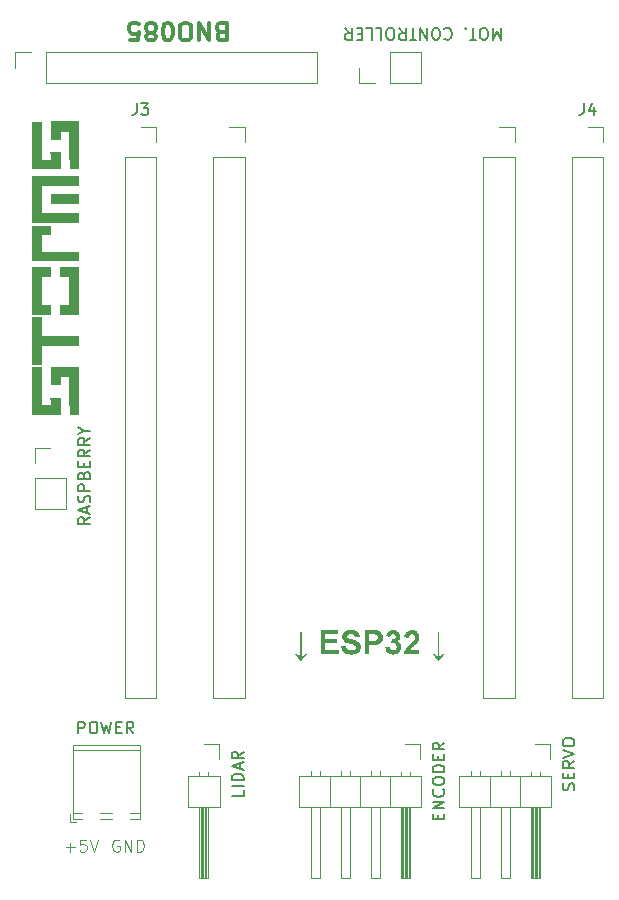
<source format=gbr>
%TF.GenerationSoftware,KiCad,Pcbnew,8.0.6*%
%TF.CreationDate,2025-09-05T14:44:53+02:00*%
%TF.ProjectId,wro-nyak,77726f2d-6e79-4616-9b2e-6b696361645f,rev?*%
%TF.SameCoordinates,Original*%
%TF.FileFunction,Legend,Top*%
%TF.FilePolarity,Positive*%
%FSLAX46Y46*%
G04 Gerber Fmt 4.6, Leading zero omitted, Abs format (unit mm)*
G04 Created by KiCad (PCBNEW 8.0.6) date 2025-09-05 14:44:53*
%MOMM*%
%LPD*%
G01*
G04 APERTURE LIST*
%ADD10C,0.200000*%
%ADD11C,0.100000*%
%ADD12C,0.300000*%
%ADD13C,0.150000*%
%ADD14C,0.120000*%
%ADD15C,0.000000*%
G04 APERTURE END LIST*
D10*
X25367219Y-58058898D02*
X24891028Y-58392231D01*
X25367219Y-58630326D02*
X24367219Y-58630326D01*
X24367219Y-58630326D02*
X24367219Y-58249374D01*
X24367219Y-58249374D02*
X24414838Y-58154136D01*
X24414838Y-58154136D02*
X24462457Y-58106517D01*
X24462457Y-58106517D02*
X24557695Y-58058898D01*
X24557695Y-58058898D02*
X24700552Y-58058898D01*
X24700552Y-58058898D02*
X24795790Y-58106517D01*
X24795790Y-58106517D02*
X24843409Y-58154136D01*
X24843409Y-58154136D02*
X24891028Y-58249374D01*
X24891028Y-58249374D02*
X24891028Y-58630326D01*
X25081504Y-57677945D02*
X25081504Y-57201755D01*
X25367219Y-57773183D02*
X24367219Y-57439850D01*
X24367219Y-57439850D02*
X25367219Y-57106517D01*
X25319600Y-56820802D02*
X25367219Y-56677945D01*
X25367219Y-56677945D02*
X25367219Y-56439850D01*
X25367219Y-56439850D02*
X25319600Y-56344612D01*
X25319600Y-56344612D02*
X25271980Y-56296993D01*
X25271980Y-56296993D02*
X25176742Y-56249374D01*
X25176742Y-56249374D02*
X25081504Y-56249374D01*
X25081504Y-56249374D02*
X24986266Y-56296993D01*
X24986266Y-56296993D02*
X24938647Y-56344612D01*
X24938647Y-56344612D02*
X24891028Y-56439850D01*
X24891028Y-56439850D02*
X24843409Y-56630326D01*
X24843409Y-56630326D02*
X24795790Y-56725564D01*
X24795790Y-56725564D02*
X24748171Y-56773183D01*
X24748171Y-56773183D02*
X24652933Y-56820802D01*
X24652933Y-56820802D02*
X24557695Y-56820802D01*
X24557695Y-56820802D02*
X24462457Y-56773183D01*
X24462457Y-56773183D02*
X24414838Y-56725564D01*
X24414838Y-56725564D02*
X24367219Y-56630326D01*
X24367219Y-56630326D02*
X24367219Y-56392231D01*
X24367219Y-56392231D02*
X24414838Y-56249374D01*
X25367219Y-55820802D02*
X24367219Y-55820802D01*
X24367219Y-55820802D02*
X24367219Y-55439850D01*
X24367219Y-55439850D02*
X24414838Y-55344612D01*
X24414838Y-55344612D02*
X24462457Y-55296993D01*
X24462457Y-55296993D02*
X24557695Y-55249374D01*
X24557695Y-55249374D02*
X24700552Y-55249374D01*
X24700552Y-55249374D02*
X24795790Y-55296993D01*
X24795790Y-55296993D02*
X24843409Y-55344612D01*
X24843409Y-55344612D02*
X24891028Y-55439850D01*
X24891028Y-55439850D02*
X24891028Y-55820802D01*
X24843409Y-54487469D02*
X24891028Y-54344612D01*
X24891028Y-54344612D02*
X24938647Y-54296993D01*
X24938647Y-54296993D02*
X25033885Y-54249374D01*
X25033885Y-54249374D02*
X25176742Y-54249374D01*
X25176742Y-54249374D02*
X25271980Y-54296993D01*
X25271980Y-54296993D02*
X25319600Y-54344612D01*
X25319600Y-54344612D02*
X25367219Y-54439850D01*
X25367219Y-54439850D02*
X25367219Y-54820802D01*
X25367219Y-54820802D02*
X24367219Y-54820802D01*
X24367219Y-54820802D02*
X24367219Y-54487469D01*
X24367219Y-54487469D02*
X24414838Y-54392231D01*
X24414838Y-54392231D02*
X24462457Y-54344612D01*
X24462457Y-54344612D02*
X24557695Y-54296993D01*
X24557695Y-54296993D02*
X24652933Y-54296993D01*
X24652933Y-54296993D02*
X24748171Y-54344612D01*
X24748171Y-54344612D02*
X24795790Y-54392231D01*
X24795790Y-54392231D02*
X24843409Y-54487469D01*
X24843409Y-54487469D02*
X24843409Y-54820802D01*
X24843409Y-53820802D02*
X24843409Y-53487469D01*
X25367219Y-53344612D02*
X25367219Y-53820802D01*
X25367219Y-53820802D02*
X24367219Y-53820802D01*
X24367219Y-53820802D02*
X24367219Y-53344612D01*
X25367219Y-52344612D02*
X24891028Y-52677945D01*
X25367219Y-52916040D02*
X24367219Y-52916040D01*
X24367219Y-52916040D02*
X24367219Y-52535088D01*
X24367219Y-52535088D02*
X24414838Y-52439850D01*
X24414838Y-52439850D02*
X24462457Y-52392231D01*
X24462457Y-52392231D02*
X24557695Y-52344612D01*
X24557695Y-52344612D02*
X24700552Y-52344612D01*
X24700552Y-52344612D02*
X24795790Y-52392231D01*
X24795790Y-52392231D02*
X24843409Y-52439850D01*
X24843409Y-52439850D02*
X24891028Y-52535088D01*
X24891028Y-52535088D02*
X24891028Y-52916040D01*
X25367219Y-51344612D02*
X24891028Y-51677945D01*
X25367219Y-51916040D02*
X24367219Y-51916040D01*
X24367219Y-51916040D02*
X24367219Y-51535088D01*
X24367219Y-51535088D02*
X24414838Y-51439850D01*
X24414838Y-51439850D02*
X24462457Y-51392231D01*
X24462457Y-51392231D02*
X24557695Y-51344612D01*
X24557695Y-51344612D02*
X24700552Y-51344612D01*
X24700552Y-51344612D02*
X24795790Y-51392231D01*
X24795790Y-51392231D02*
X24843409Y-51439850D01*
X24843409Y-51439850D02*
X24891028Y-51535088D01*
X24891028Y-51535088D02*
X24891028Y-51916040D01*
X24891028Y-50725564D02*
X25367219Y-50725564D01*
X24367219Y-51058897D02*
X24891028Y-50725564D01*
X24891028Y-50725564D02*
X24367219Y-50392231D01*
X54843409Y-83630326D02*
X54843409Y-83296993D01*
X55367219Y-83154136D02*
X55367219Y-83630326D01*
X55367219Y-83630326D02*
X54367219Y-83630326D01*
X54367219Y-83630326D02*
X54367219Y-83154136D01*
X55367219Y-82725564D02*
X54367219Y-82725564D01*
X54367219Y-82725564D02*
X55367219Y-82154136D01*
X55367219Y-82154136D02*
X54367219Y-82154136D01*
X55271980Y-81106517D02*
X55319600Y-81154136D01*
X55319600Y-81154136D02*
X55367219Y-81296993D01*
X55367219Y-81296993D02*
X55367219Y-81392231D01*
X55367219Y-81392231D02*
X55319600Y-81535088D01*
X55319600Y-81535088D02*
X55224361Y-81630326D01*
X55224361Y-81630326D02*
X55129123Y-81677945D01*
X55129123Y-81677945D02*
X54938647Y-81725564D01*
X54938647Y-81725564D02*
X54795790Y-81725564D01*
X54795790Y-81725564D02*
X54605314Y-81677945D01*
X54605314Y-81677945D02*
X54510076Y-81630326D01*
X54510076Y-81630326D02*
X54414838Y-81535088D01*
X54414838Y-81535088D02*
X54367219Y-81392231D01*
X54367219Y-81392231D02*
X54367219Y-81296993D01*
X54367219Y-81296993D02*
X54414838Y-81154136D01*
X54414838Y-81154136D02*
X54462457Y-81106517D01*
X54367219Y-80487469D02*
X54367219Y-80296993D01*
X54367219Y-80296993D02*
X54414838Y-80201755D01*
X54414838Y-80201755D02*
X54510076Y-80106517D01*
X54510076Y-80106517D02*
X54700552Y-80058898D01*
X54700552Y-80058898D02*
X55033885Y-80058898D01*
X55033885Y-80058898D02*
X55224361Y-80106517D01*
X55224361Y-80106517D02*
X55319600Y-80201755D01*
X55319600Y-80201755D02*
X55367219Y-80296993D01*
X55367219Y-80296993D02*
X55367219Y-80487469D01*
X55367219Y-80487469D02*
X55319600Y-80582707D01*
X55319600Y-80582707D02*
X55224361Y-80677945D01*
X55224361Y-80677945D02*
X55033885Y-80725564D01*
X55033885Y-80725564D02*
X54700552Y-80725564D01*
X54700552Y-80725564D02*
X54510076Y-80677945D01*
X54510076Y-80677945D02*
X54414838Y-80582707D01*
X54414838Y-80582707D02*
X54367219Y-80487469D01*
X55367219Y-79630326D02*
X54367219Y-79630326D01*
X54367219Y-79630326D02*
X54367219Y-79392231D01*
X54367219Y-79392231D02*
X54414838Y-79249374D01*
X54414838Y-79249374D02*
X54510076Y-79154136D01*
X54510076Y-79154136D02*
X54605314Y-79106517D01*
X54605314Y-79106517D02*
X54795790Y-79058898D01*
X54795790Y-79058898D02*
X54938647Y-79058898D01*
X54938647Y-79058898D02*
X55129123Y-79106517D01*
X55129123Y-79106517D02*
X55224361Y-79154136D01*
X55224361Y-79154136D02*
X55319600Y-79249374D01*
X55319600Y-79249374D02*
X55367219Y-79392231D01*
X55367219Y-79392231D02*
X55367219Y-79630326D01*
X54843409Y-78630326D02*
X54843409Y-78296993D01*
X55367219Y-78154136D02*
X55367219Y-78630326D01*
X55367219Y-78630326D02*
X54367219Y-78630326D01*
X54367219Y-78630326D02*
X54367219Y-78154136D01*
X55367219Y-77154136D02*
X54891028Y-77487469D01*
X55367219Y-77725564D02*
X54367219Y-77725564D01*
X54367219Y-77725564D02*
X54367219Y-77344612D01*
X54367219Y-77344612D02*
X54414838Y-77249374D01*
X54414838Y-77249374D02*
X54462457Y-77201755D01*
X54462457Y-77201755D02*
X54557695Y-77154136D01*
X54557695Y-77154136D02*
X54700552Y-77154136D01*
X54700552Y-77154136D02*
X54795790Y-77201755D01*
X54795790Y-77201755D02*
X54843409Y-77249374D01*
X54843409Y-77249374D02*
X54891028Y-77344612D01*
X54891028Y-77344612D02*
X54891028Y-77725564D01*
D11*
X27827693Y-85420038D02*
X27732455Y-85372419D01*
X27732455Y-85372419D02*
X27589598Y-85372419D01*
X27589598Y-85372419D02*
X27446741Y-85420038D01*
X27446741Y-85420038D02*
X27351503Y-85515276D01*
X27351503Y-85515276D02*
X27303884Y-85610514D01*
X27303884Y-85610514D02*
X27256265Y-85800990D01*
X27256265Y-85800990D02*
X27256265Y-85943847D01*
X27256265Y-85943847D02*
X27303884Y-86134323D01*
X27303884Y-86134323D02*
X27351503Y-86229561D01*
X27351503Y-86229561D02*
X27446741Y-86324800D01*
X27446741Y-86324800D02*
X27589598Y-86372419D01*
X27589598Y-86372419D02*
X27684836Y-86372419D01*
X27684836Y-86372419D02*
X27827693Y-86324800D01*
X27827693Y-86324800D02*
X27875312Y-86277180D01*
X27875312Y-86277180D02*
X27875312Y-85943847D01*
X27875312Y-85943847D02*
X27684836Y-85943847D01*
X28303884Y-86372419D02*
X28303884Y-85372419D01*
X28303884Y-85372419D02*
X28875312Y-86372419D01*
X28875312Y-86372419D02*
X28875312Y-85372419D01*
X29351503Y-86372419D02*
X29351503Y-85372419D01*
X29351503Y-85372419D02*
X29589598Y-85372419D01*
X29589598Y-85372419D02*
X29732455Y-85420038D01*
X29732455Y-85420038D02*
X29827693Y-85515276D01*
X29827693Y-85515276D02*
X29875312Y-85610514D01*
X29875312Y-85610514D02*
X29922931Y-85800990D01*
X29922931Y-85800990D02*
X29922931Y-85943847D01*
X29922931Y-85943847D02*
X29875312Y-86134323D01*
X29875312Y-86134323D02*
X29827693Y-86229561D01*
X29827693Y-86229561D02*
X29732455Y-86324800D01*
X29732455Y-86324800D02*
X29589598Y-86372419D01*
X29589598Y-86372419D02*
X29351503Y-86372419D01*
D10*
G36*
X42710048Y-69681981D02*
G01*
X42710048Y-69577445D01*
X42802689Y-69624214D01*
X42894310Y-69673317D01*
X42938660Y-69699567D01*
X43020359Y-69756842D01*
X43102951Y-69820475D01*
X43134542Y-69845624D01*
X43134542Y-67820362D01*
X43273272Y-67820362D01*
X43273272Y-69845624D01*
X43355521Y-69775587D01*
X43440612Y-69715608D01*
X43537951Y-69656843D01*
X43631134Y-69607441D01*
X43698255Y-69575003D01*
X43698255Y-69680516D01*
X43616259Y-69755709D01*
X43543380Y-69826134D01*
X43471252Y-69900781D01*
X43404341Y-69977314D01*
X43397836Y-69985331D01*
X43337443Y-70066131D01*
X43284492Y-70148554D01*
X43234841Y-70241092D01*
X43230774Y-70249602D01*
X43167759Y-70249602D01*
X43122170Y-70158812D01*
X43067224Y-70071847D01*
X43012909Y-69998032D01*
X42947084Y-69919116D01*
X42875857Y-69842416D01*
X42803715Y-69770245D01*
X42722411Y-69693352D01*
X42710048Y-69681981D01*
G37*
G36*
X44881367Y-69660000D02*
G01*
X44881367Y-67627899D01*
X46374668Y-67627899D01*
X46374668Y-67971793D01*
X45288276Y-67971793D01*
X45288276Y-68409476D01*
X46299441Y-68409476D01*
X46299441Y-68753370D01*
X45288276Y-68753370D01*
X45288276Y-69316106D01*
X46413258Y-69316106D01*
X46413258Y-69660000D01*
X44881367Y-69660000D01*
G37*
G36*
X46644312Y-69003475D02*
G01*
X47039986Y-68972212D01*
X47065840Y-69072907D01*
X47108163Y-69165758D01*
X47171247Y-69244752D01*
X47184577Y-69256510D01*
X47268809Y-69308239D01*
X47371049Y-69338496D01*
X47479623Y-69347369D01*
X47582431Y-69340916D01*
X47678716Y-69318610D01*
X47769322Y-69270810D01*
X47775645Y-69265792D01*
X47843766Y-69188748D01*
X47874420Y-69094581D01*
X47875296Y-69074305D01*
X47849655Y-68977216D01*
X47833286Y-68954626D01*
X47751431Y-68895341D01*
X47687229Y-68868653D01*
X47589522Y-68838760D01*
X47489878Y-68811445D01*
X47392449Y-68785820D01*
X47361409Y-68777794D01*
X47264044Y-68750808D01*
X47159767Y-68716095D01*
X47069195Y-68678841D01*
X46980848Y-68632165D01*
X46902721Y-68574584D01*
X46830393Y-68497538D01*
X46775829Y-68413432D01*
X46739031Y-68322267D01*
X46719997Y-68224042D01*
X46717096Y-68164745D01*
X46727371Y-68060316D01*
X46758194Y-67960621D01*
X46804047Y-67874096D01*
X46866186Y-67795566D01*
X46943304Y-67729725D01*
X47035400Y-67676574D01*
X47055617Y-67667466D01*
X47153548Y-67633227D01*
X47249551Y-67612199D01*
X47353980Y-67600025D01*
X47452267Y-67596636D01*
X47566146Y-67600798D01*
X47670865Y-67613285D01*
X47766425Y-67634095D01*
X47869007Y-67670056D01*
X47958400Y-67718004D01*
X48022819Y-67767117D01*
X48098089Y-67847149D01*
X48155922Y-67938074D01*
X48196317Y-68039891D01*
X48217062Y-68135833D01*
X48224563Y-68221898D01*
X47817655Y-68221898D01*
X47789788Y-68121308D01*
X47735919Y-68033993D01*
X47705792Y-68006475D01*
X47614109Y-67961395D01*
X47509329Y-67942848D01*
X47447871Y-67940530D01*
X47344793Y-67947495D01*
X47248598Y-67971244D01*
X47170411Y-68011849D01*
X47111032Y-68094006D01*
X47105931Y-68134947D01*
X47140003Y-68228462D01*
X47166503Y-68254626D01*
X47255003Y-68303559D01*
X47348426Y-68337631D01*
X47452761Y-68368395D01*
X47540195Y-68390914D01*
X47646126Y-68418128D01*
X47741169Y-68445548D01*
X47838291Y-68477798D01*
X47931141Y-68515000D01*
X47979344Y-68538436D01*
X48062129Y-68590844D01*
X48139197Y-68660944D01*
X48201605Y-68744089D01*
X48247493Y-68840972D01*
X48272681Y-68941569D01*
X48281890Y-69042304D01*
X48282205Y-69066001D01*
X48272807Y-69172542D01*
X48244614Y-69274790D01*
X48197626Y-69372745D01*
X48185973Y-69391821D01*
X48125544Y-69471093D01*
X48052519Y-69538000D01*
X47966897Y-69592543D01*
X47913886Y-69617501D01*
X47820555Y-69649772D01*
X47716416Y-69672822D01*
X47616429Y-69685428D01*
X47508167Y-69690974D01*
X47475715Y-69691263D01*
X47360670Y-69686981D01*
X47254284Y-69674137D01*
X47156556Y-69652730D01*
X47050711Y-69615739D01*
X46957334Y-69566417D01*
X46889043Y-69515896D01*
X46818078Y-69444301D01*
X46758686Y-69361405D01*
X46710870Y-69267209D01*
X46674629Y-69161714D01*
X46653269Y-69065168D01*
X46644312Y-69003475D01*
G37*
G36*
X49375709Y-67628638D02*
G01*
X49490656Y-67631478D01*
X49601753Y-67637482D01*
X49708185Y-67649460D01*
X49749616Y-67658185D01*
X49842678Y-67691888D01*
X49926776Y-67742437D01*
X50001909Y-67809834D01*
X50039776Y-67854556D01*
X50096212Y-67946730D01*
X50130872Y-68040405D01*
X50150938Y-68145131D01*
X50156524Y-68245833D01*
X50151192Y-68345061D01*
X50132759Y-68444437D01*
X50097276Y-68540528D01*
X50089113Y-68556510D01*
X50033472Y-68643407D01*
X49961721Y-68720337D01*
X49918143Y-68754347D01*
X49833357Y-68804709D01*
X49740605Y-68841094D01*
X49707117Y-68849602D01*
X49603400Y-68864800D01*
X49502085Y-68872906D01*
X49400061Y-68877043D01*
X49285554Y-68878422D01*
X49020307Y-68878422D01*
X49020307Y-69660000D01*
X48613398Y-69660000D01*
X48613398Y-68534528D01*
X49020307Y-68534528D01*
X49243056Y-68534528D01*
X49353271Y-68532605D01*
X49453468Y-68525843D01*
X49553721Y-68507480D01*
X49564480Y-68503754D01*
X49652102Y-68450936D01*
X49691486Y-68406057D01*
X49730946Y-68314618D01*
X49737404Y-68251695D01*
X49721284Y-68153143D01*
X49672923Y-68073398D01*
X49594625Y-68013549D01*
X49509281Y-67985471D01*
X49408738Y-67975653D01*
X49305813Y-67972447D01*
X49216678Y-67971793D01*
X49020307Y-67971793D01*
X49020307Y-68534528D01*
X48613398Y-68534528D01*
X48613398Y-67627899D01*
X49266015Y-67627899D01*
X49375709Y-67628638D01*
G37*
G36*
X50380739Y-69083098D02*
G01*
X50754431Y-69034738D01*
X50773956Y-69130755D01*
X50815339Y-69222500D01*
X50850662Y-69267257D01*
X50931234Y-69324759D01*
X51026403Y-69347056D01*
X51040195Y-69347369D01*
X51137287Y-69329884D01*
X51219981Y-69277431D01*
X51240963Y-69256022D01*
X51294097Y-69171241D01*
X51319101Y-69074235D01*
X51323028Y-69009337D01*
X51311968Y-68907945D01*
X51275026Y-68817329D01*
X51244382Y-68776817D01*
X51163596Y-68715108D01*
X51067783Y-68691180D01*
X51053872Y-68690844D01*
X50955540Y-68701004D01*
X50876552Y-68719665D01*
X50919050Y-68409476D01*
X51018022Y-68403966D01*
X51112216Y-68376320D01*
X51157920Y-68347927D01*
X51219836Y-68271723D01*
X51240474Y-68174026D01*
X51219120Y-68077652D01*
X51179902Y-68026992D01*
X51088960Y-67979555D01*
X51019190Y-67971793D01*
X50922345Y-67989853D01*
X50850174Y-68035785D01*
X50791395Y-68119938D01*
X50765177Y-68221898D01*
X50409560Y-68165722D01*
X50433418Y-68066709D01*
X50466906Y-67970653D01*
X50512228Y-67881961D01*
X50521423Y-67867745D01*
X50585789Y-67790580D01*
X50666778Y-67726878D01*
X50730006Y-67691891D01*
X50826113Y-67655458D01*
X50929723Y-67634148D01*
X51030425Y-67627899D01*
X51133070Y-67634133D01*
X51242795Y-67657164D01*
X51341720Y-67697165D01*
X51429847Y-67754136D01*
X51486182Y-67805219D01*
X51554661Y-67889841D01*
X51600728Y-67980490D01*
X51624385Y-68077168D01*
X51627843Y-68133482D01*
X51613982Y-68241937D01*
X51572398Y-68340342D01*
X51503092Y-68428695D01*
X51421622Y-68496427D01*
X51338171Y-68547229D01*
X51439475Y-68580250D01*
X51527230Y-68631684D01*
X51601438Y-68701531D01*
X51614654Y-68717711D01*
X51669523Y-68805533D01*
X51704070Y-68904137D01*
X51717787Y-69002098D01*
X51718702Y-69036692D01*
X51711884Y-69135725D01*
X51686696Y-69244144D01*
X51642948Y-69344896D01*
X51580641Y-69437981D01*
X51524773Y-69499776D01*
X51448884Y-69564852D01*
X51351882Y-69623756D01*
X51245763Y-69664335D01*
X51147549Y-69684531D01*
X51042637Y-69691263D01*
X50943501Y-69685355D01*
X50836091Y-69663530D01*
X50737563Y-69625622D01*
X50647917Y-69571633D01*
X50589323Y-69523224D01*
X50517899Y-69444561D01*
X50460921Y-69356034D01*
X50418389Y-69257642D01*
X50390303Y-69149387D01*
X50380739Y-69083098D01*
G37*
G36*
X53255478Y-69284842D02*
G01*
X53255478Y-69660000D01*
X51901884Y-69660000D01*
X51918370Y-69560471D01*
X51945847Y-69463628D01*
X51984316Y-69369473D01*
X52033775Y-69278004D01*
X52092122Y-69193297D01*
X52158468Y-69111723D01*
X52225275Y-69037423D01*
X52302552Y-68957373D01*
X52390301Y-68871576D01*
X52468039Y-68798799D01*
X52544770Y-68727194D01*
X52623813Y-68651310D01*
X52698058Y-68576628D01*
X52765077Y-68502521D01*
X52788485Y-68472002D01*
X52837006Y-68383388D01*
X52864298Y-68288319D01*
X52868108Y-68237529D01*
X52854831Y-68136857D01*
X52807143Y-68049510D01*
X52798743Y-68040669D01*
X52710154Y-67986927D01*
X52607257Y-67971793D01*
X52504632Y-67987678D01*
X52419300Y-68039641D01*
X52414794Y-68044089D01*
X52361134Y-68132904D01*
X52337217Y-68234249D01*
X52332240Y-68284424D01*
X51947313Y-68246322D01*
X51961588Y-68147544D01*
X51988195Y-68041070D01*
X52025141Y-67947750D01*
X52081311Y-67855503D01*
X52151552Y-67781161D01*
X52162735Y-67772002D01*
X52246560Y-67715853D01*
X52339034Y-67673494D01*
X52440157Y-67644927D01*
X52549929Y-67630151D01*
X52616538Y-67627899D01*
X52723797Y-67633532D01*
X52822091Y-67650430D01*
X52925438Y-67684384D01*
X53016583Y-67733671D01*
X53084996Y-67788122D01*
X53151424Y-67861770D01*
X53207363Y-67955154D01*
X53241992Y-68058370D01*
X53254812Y-68156748D01*
X53255478Y-68186238D01*
X53248608Y-68285935D01*
X53228000Y-68382060D01*
X53206629Y-68444159D01*
X53162024Y-68537467D01*
X53107136Y-68626017D01*
X53052267Y-68700614D01*
X52983712Y-68778283D01*
X52911558Y-68850960D01*
X52832499Y-68925943D01*
X52799232Y-68956580D01*
X52725708Y-69024127D01*
X52650000Y-69095310D01*
X52578025Y-69167024D01*
X52567690Y-69178353D01*
X52507059Y-69255485D01*
X52488555Y-69284842D01*
X53255478Y-69284842D01*
G37*
G36*
X54377041Y-69681981D02*
G01*
X54377041Y-69577445D01*
X54469681Y-69624214D01*
X54561302Y-69673317D01*
X54605652Y-69699567D01*
X54687351Y-69756842D01*
X54769943Y-69820475D01*
X54801535Y-69845624D01*
X54801535Y-67820362D01*
X54940265Y-67820362D01*
X54940265Y-69845624D01*
X55022513Y-69775587D01*
X55107604Y-69715608D01*
X55204944Y-69656843D01*
X55298126Y-69607441D01*
X55365247Y-69575003D01*
X55365247Y-69680516D01*
X55283252Y-69755709D01*
X55210372Y-69826134D01*
X55138244Y-69900781D01*
X55071333Y-69977314D01*
X55064829Y-69985331D01*
X55004436Y-70066131D01*
X54951485Y-70148554D01*
X54901834Y-70241092D01*
X54897766Y-70249602D01*
X54834752Y-70249602D01*
X54789162Y-70158812D01*
X54734217Y-70071847D01*
X54679902Y-69998032D01*
X54614076Y-69919116D01*
X54542849Y-69842416D01*
X54470708Y-69770245D01*
X54389404Y-69693352D01*
X54377041Y-69681981D01*
G37*
X24369673Y-76367219D02*
X24369673Y-75367219D01*
X24369673Y-75367219D02*
X24750625Y-75367219D01*
X24750625Y-75367219D02*
X24845863Y-75414838D01*
X24845863Y-75414838D02*
X24893482Y-75462457D01*
X24893482Y-75462457D02*
X24941101Y-75557695D01*
X24941101Y-75557695D02*
X24941101Y-75700552D01*
X24941101Y-75700552D02*
X24893482Y-75795790D01*
X24893482Y-75795790D02*
X24845863Y-75843409D01*
X24845863Y-75843409D02*
X24750625Y-75891028D01*
X24750625Y-75891028D02*
X24369673Y-75891028D01*
X25560149Y-75367219D02*
X25750625Y-75367219D01*
X25750625Y-75367219D02*
X25845863Y-75414838D01*
X25845863Y-75414838D02*
X25941101Y-75510076D01*
X25941101Y-75510076D02*
X25988720Y-75700552D01*
X25988720Y-75700552D02*
X25988720Y-76033885D01*
X25988720Y-76033885D02*
X25941101Y-76224361D01*
X25941101Y-76224361D02*
X25845863Y-76319600D01*
X25845863Y-76319600D02*
X25750625Y-76367219D01*
X25750625Y-76367219D02*
X25560149Y-76367219D01*
X25560149Y-76367219D02*
X25464911Y-76319600D01*
X25464911Y-76319600D02*
X25369673Y-76224361D01*
X25369673Y-76224361D02*
X25322054Y-76033885D01*
X25322054Y-76033885D02*
X25322054Y-75700552D01*
X25322054Y-75700552D02*
X25369673Y-75510076D01*
X25369673Y-75510076D02*
X25464911Y-75414838D01*
X25464911Y-75414838D02*
X25560149Y-75367219D01*
X26322054Y-75367219D02*
X26560149Y-76367219D01*
X26560149Y-76367219D02*
X26750625Y-75652933D01*
X26750625Y-75652933D02*
X26941101Y-76367219D01*
X26941101Y-76367219D02*
X27179197Y-75367219D01*
X27560149Y-75843409D02*
X27893482Y-75843409D01*
X28036339Y-76367219D02*
X27560149Y-76367219D01*
X27560149Y-76367219D02*
X27560149Y-75367219D01*
X27560149Y-75367219D02*
X28036339Y-75367219D01*
X29036339Y-76367219D02*
X28703006Y-75891028D01*
X28464911Y-76367219D02*
X28464911Y-75367219D01*
X28464911Y-75367219D02*
X28845863Y-75367219D01*
X28845863Y-75367219D02*
X28941101Y-75414838D01*
X28941101Y-75414838D02*
X28988720Y-75462457D01*
X28988720Y-75462457D02*
X29036339Y-75557695D01*
X29036339Y-75557695D02*
X29036339Y-75700552D01*
X29036339Y-75700552D02*
X28988720Y-75795790D01*
X28988720Y-75795790D02*
X28941101Y-75843409D01*
X28941101Y-75843409D02*
X28845863Y-75891028D01*
X28845863Y-75891028D02*
X28464911Y-75891028D01*
D11*
X23303884Y-85991466D02*
X24065789Y-85991466D01*
X23684836Y-86372419D02*
X23684836Y-85610514D01*
X25018169Y-85372419D02*
X24541979Y-85372419D01*
X24541979Y-85372419D02*
X24494360Y-85848609D01*
X24494360Y-85848609D02*
X24541979Y-85800990D01*
X24541979Y-85800990D02*
X24637217Y-85753371D01*
X24637217Y-85753371D02*
X24875312Y-85753371D01*
X24875312Y-85753371D02*
X24970550Y-85800990D01*
X24970550Y-85800990D02*
X25018169Y-85848609D01*
X25018169Y-85848609D02*
X25065788Y-85943847D01*
X25065788Y-85943847D02*
X25065788Y-86181942D01*
X25065788Y-86181942D02*
X25018169Y-86277180D01*
X25018169Y-86277180D02*
X24970550Y-86324800D01*
X24970550Y-86324800D02*
X24875312Y-86372419D01*
X24875312Y-86372419D02*
X24637217Y-86372419D01*
X24637217Y-86372419D02*
X24541979Y-86324800D01*
X24541979Y-86324800D02*
X24494360Y-86277180D01*
X25351503Y-85372419D02*
X25684836Y-86372419D01*
X25684836Y-86372419D02*
X26018169Y-85372419D01*
D12*
X36445489Y-16984885D02*
X36231203Y-16913457D01*
X36231203Y-16913457D02*
X36159774Y-16842028D01*
X36159774Y-16842028D02*
X36088346Y-16699171D01*
X36088346Y-16699171D02*
X36088346Y-16484885D01*
X36088346Y-16484885D02*
X36159774Y-16342028D01*
X36159774Y-16342028D02*
X36231203Y-16270600D01*
X36231203Y-16270600D02*
X36374060Y-16199171D01*
X36374060Y-16199171D02*
X36945489Y-16199171D01*
X36945489Y-16199171D02*
X36945489Y-17699171D01*
X36945489Y-17699171D02*
X36445489Y-17699171D01*
X36445489Y-17699171D02*
X36302632Y-17627742D01*
X36302632Y-17627742D02*
X36231203Y-17556314D01*
X36231203Y-17556314D02*
X36159774Y-17413457D01*
X36159774Y-17413457D02*
X36159774Y-17270600D01*
X36159774Y-17270600D02*
X36231203Y-17127742D01*
X36231203Y-17127742D02*
X36302632Y-17056314D01*
X36302632Y-17056314D02*
X36445489Y-16984885D01*
X36445489Y-16984885D02*
X36945489Y-16984885D01*
X35445489Y-16199171D02*
X35445489Y-17699171D01*
X35445489Y-17699171D02*
X34588346Y-16199171D01*
X34588346Y-16199171D02*
X34588346Y-17699171D01*
X33588345Y-17699171D02*
X33302631Y-17699171D01*
X33302631Y-17699171D02*
X33159774Y-17627742D01*
X33159774Y-17627742D02*
X33016917Y-17484885D01*
X33016917Y-17484885D02*
X32945488Y-17199171D01*
X32945488Y-17199171D02*
X32945488Y-16699171D01*
X32945488Y-16699171D02*
X33016917Y-16413457D01*
X33016917Y-16413457D02*
X33159774Y-16270600D01*
X33159774Y-16270600D02*
X33302631Y-16199171D01*
X33302631Y-16199171D02*
X33588345Y-16199171D01*
X33588345Y-16199171D02*
X33731203Y-16270600D01*
X33731203Y-16270600D02*
X33874060Y-16413457D01*
X33874060Y-16413457D02*
X33945488Y-16699171D01*
X33945488Y-16699171D02*
X33945488Y-17199171D01*
X33945488Y-17199171D02*
X33874060Y-17484885D01*
X33874060Y-17484885D02*
X33731203Y-17627742D01*
X33731203Y-17627742D02*
X33588345Y-17699171D01*
X32016916Y-17699171D02*
X31874059Y-17699171D01*
X31874059Y-17699171D02*
X31731202Y-17627742D01*
X31731202Y-17627742D02*
X31659774Y-17556314D01*
X31659774Y-17556314D02*
X31588345Y-17413457D01*
X31588345Y-17413457D02*
X31516916Y-17127742D01*
X31516916Y-17127742D02*
X31516916Y-16770600D01*
X31516916Y-16770600D02*
X31588345Y-16484885D01*
X31588345Y-16484885D02*
X31659774Y-16342028D01*
X31659774Y-16342028D02*
X31731202Y-16270600D01*
X31731202Y-16270600D02*
X31874059Y-16199171D01*
X31874059Y-16199171D02*
X32016916Y-16199171D01*
X32016916Y-16199171D02*
X32159774Y-16270600D01*
X32159774Y-16270600D02*
X32231202Y-16342028D01*
X32231202Y-16342028D02*
X32302631Y-16484885D01*
X32302631Y-16484885D02*
X32374059Y-16770600D01*
X32374059Y-16770600D02*
X32374059Y-17127742D01*
X32374059Y-17127742D02*
X32302631Y-17413457D01*
X32302631Y-17413457D02*
X32231202Y-17556314D01*
X32231202Y-17556314D02*
X32159774Y-17627742D01*
X32159774Y-17627742D02*
X32016916Y-17699171D01*
X30659774Y-17056314D02*
X30802631Y-17127742D01*
X30802631Y-17127742D02*
X30874060Y-17199171D01*
X30874060Y-17199171D02*
X30945488Y-17342028D01*
X30945488Y-17342028D02*
X30945488Y-17413457D01*
X30945488Y-17413457D02*
X30874060Y-17556314D01*
X30874060Y-17556314D02*
X30802631Y-17627742D01*
X30802631Y-17627742D02*
X30659774Y-17699171D01*
X30659774Y-17699171D02*
X30374060Y-17699171D01*
X30374060Y-17699171D02*
X30231203Y-17627742D01*
X30231203Y-17627742D02*
X30159774Y-17556314D01*
X30159774Y-17556314D02*
X30088345Y-17413457D01*
X30088345Y-17413457D02*
X30088345Y-17342028D01*
X30088345Y-17342028D02*
X30159774Y-17199171D01*
X30159774Y-17199171D02*
X30231203Y-17127742D01*
X30231203Y-17127742D02*
X30374060Y-17056314D01*
X30374060Y-17056314D02*
X30659774Y-17056314D01*
X30659774Y-17056314D02*
X30802631Y-16984885D01*
X30802631Y-16984885D02*
X30874060Y-16913457D01*
X30874060Y-16913457D02*
X30945488Y-16770600D01*
X30945488Y-16770600D02*
X30945488Y-16484885D01*
X30945488Y-16484885D02*
X30874060Y-16342028D01*
X30874060Y-16342028D02*
X30802631Y-16270600D01*
X30802631Y-16270600D02*
X30659774Y-16199171D01*
X30659774Y-16199171D02*
X30374060Y-16199171D01*
X30374060Y-16199171D02*
X30231203Y-16270600D01*
X30231203Y-16270600D02*
X30159774Y-16342028D01*
X30159774Y-16342028D02*
X30088345Y-16484885D01*
X30088345Y-16484885D02*
X30088345Y-16770600D01*
X30088345Y-16770600D02*
X30159774Y-16913457D01*
X30159774Y-16913457D02*
X30231203Y-16984885D01*
X30231203Y-16984885D02*
X30374060Y-17056314D01*
X28731203Y-17699171D02*
X29445489Y-17699171D01*
X29445489Y-17699171D02*
X29516917Y-16984885D01*
X29516917Y-16984885D02*
X29445489Y-17056314D01*
X29445489Y-17056314D02*
X29302632Y-17127742D01*
X29302632Y-17127742D02*
X28945489Y-17127742D01*
X28945489Y-17127742D02*
X28802632Y-17056314D01*
X28802632Y-17056314D02*
X28731203Y-16984885D01*
X28731203Y-16984885D02*
X28659774Y-16842028D01*
X28659774Y-16842028D02*
X28659774Y-16484885D01*
X28659774Y-16484885D02*
X28731203Y-16342028D01*
X28731203Y-16342028D02*
X28802632Y-16270600D01*
X28802632Y-16270600D02*
X28945489Y-16199171D01*
X28945489Y-16199171D02*
X29302632Y-16199171D01*
X29302632Y-16199171D02*
X29445489Y-16270600D01*
X29445489Y-16270600D02*
X29516917Y-16342028D01*
D10*
X38367219Y-81154136D02*
X38367219Y-81630326D01*
X38367219Y-81630326D02*
X37367219Y-81630326D01*
X38367219Y-80820802D02*
X37367219Y-80820802D01*
X38367219Y-80344612D02*
X37367219Y-80344612D01*
X37367219Y-80344612D02*
X37367219Y-80106517D01*
X37367219Y-80106517D02*
X37414838Y-79963660D01*
X37414838Y-79963660D02*
X37510076Y-79868422D01*
X37510076Y-79868422D02*
X37605314Y-79820803D01*
X37605314Y-79820803D02*
X37795790Y-79773184D01*
X37795790Y-79773184D02*
X37938647Y-79773184D01*
X37938647Y-79773184D02*
X38129123Y-79820803D01*
X38129123Y-79820803D02*
X38224361Y-79868422D01*
X38224361Y-79868422D02*
X38319600Y-79963660D01*
X38319600Y-79963660D02*
X38367219Y-80106517D01*
X38367219Y-80106517D02*
X38367219Y-80344612D01*
X38081504Y-79392231D02*
X38081504Y-78916041D01*
X38367219Y-79487469D02*
X37367219Y-79154136D01*
X37367219Y-79154136D02*
X38367219Y-78820803D01*
X38367219Y-77916041D02*
X37891028Y-78249374D01*
X38367219Y-78487469D02*
X37367219Y-78487469D01*
X37367219Y-78487469D02*
X37367219Y-78106517D01*
X37367219Y-78106517D02*
X37414838Y-78011279D01*
X37414838Y-78011279D02*
X37462457Y-77963660D01*
X37462457Y-77963660D02*
X37557695Y-77916041D01*
X37557695Y-77916041D02*
X37700552Y-77916041D01*
X37700552Y-77916041D02*
X37795790Y-77963660D01*
X37795790Y-77963660D02*
X37843409Y-78011279D01*
X37843409Y-78011279D02*
X37891028Y-78106517D01*
X37891028Y-78106517D02*
X37891028Y-78487469D01*
X60130326Y-16632780D02*
X60130326Y-17632780D01*
X60130326Y-17632780D02*
X59796993Y-16918495D01*
X59796993Y-16918495D02*
X59463660Y-17632780D01*
X59463660Y-17632780D02*
X59463660Y-16632780D01*
X58796993Y-17632780D02*
X58606517Y-17632780D01*
X58606517Y-17632780D02*
X58511279Y-17585161D01*
X58511279Y-17585161D02*
X58416041Y-17489923D01*
X58416041Y-17489923D02*
X58368422Y-17299447D01*
X58368422Y-17299447D02*
X58368422Y-16966114D01*
X58368422Y-16966114D02*
X58416041Y-16775638D01*
X58416041Y-16775638D02*
X58511279Y-16680400D01*
X58511279Y-16680400D02*
X58606517Y-16632780D01*
X58606517Y-16632780D02*
X58796993Y-16632780D01*
X58796993Y-16632780D02*
X58892231Y-16680400D01*
X58892231Y-16680400D02*
X58987469Y-16775638D01*
X58987469Y-16775638D02*
X59035088Y-16966114D01*
X59035088Y-16966114D02*
X59035088Y-17299447D01*
X59035088Y-17299447D02*
X58987469Y-17489923D01*
X58987469Y-17489923D02*
X58892231Y-17585161D01*
X58892231Y-17585161D02*
X58796993Y-17632780D01*
X58082707Y-17632780D02*
X57511279Y-17632780D01*
X57796993Y-16632780D02*
X57796993Y-17632780D01*
X57177945Y-16728019D02*
X57130326Y-16680400D01*
X57130326Y-16680400D02*
X57177945Y-16632780D01*
X57177945Y-16632780D02*
X57225564Y-16680400D01*
X57225564Y-16680400D02*
X57177945Y-16728019D01*
X57177945Y-16728019D02*
X57177945Y-16632780D01*
X55368422Y-16728019D02*
X55416041Y-16680400D01*
X55416041Y-16680400D02*
X55558898Y-16632780D01*
X55558898Y-16632780D02*
X55654136Y-16632780D01*
X55654136Y-16632780D02*
X55796993Y-16680400D01*
X55796993Y-16680400D02*
X55892231Y-16775638D01*
X55892231Y-16775638D02*
X55939850Y-16870876D01*
X55939850Y-16870876D02*
X55987469Y-17061352D01*
X55987469Y-17061352D02*
X55987469Y-17204209D01*
X55987469Y-17204209D02*
X55939850Y-17394685D01*
X55939850Y-17394685D02*
X55892231Y-17489923D01*
X55892231Y-17489923D02*
X55796993Y-17585161D01*
X55796993Y-17585161D02*
X55654136Y-17632780D01*
X55654136Y-17632780D02*
X55558898Y-17632780D01*
X55558898Y-17632780D02*
X55416041Y-17585161D01*
X55416041Y-17585161D02*
X55368422Y-17537542D01*
X54749374Y-17632780D02*
X54558898Y-17632780D01*
X54558898Y-17632780D02*
X54463660Y-17585161D01*
X54463660Y-17585161D02*
X54368422Y-17489923D01*
X54368422Y-17489923D02*
X54320803Y-17299447D01*
X54320803Y-17299447D02*
X54320803Y-16966114D01*
X54320803Y-16966114D02*
X54368422Y-16775638D01*
X54368422Y-16775638D02*
X54463660Y-16680400D01*
X54463660Y-16680400D02*
X54558898Y-16632780D01*
X54558898Y-16632780D02*
X54749374Y-16632780D01*
X54749374Y-16632780D02*
X54844612Y-16680400D01*
X54844612Y-16680400D02*
X54939850Y-16775638D01*
X54939850Y-16775638D02*
X54987469Y-16966114D01*
X54987469Y-16966114D02*
X54987469Y-17299447D01*
X54987469Y-17299447D02*
X54939850Y-17489923D01*
X54939850Y-17489923D02*
X54844612Y-17585161D01*
X54844612Y-17585161D02*
X54749374Y-17632780D01*
X53892231Y-16632780D02*
X53892231Y-17632780D01*
X53892231Y-17632780D02*
X53320803Y-16632780D01*
X53320803Y-16632780D02*
X53320803Y-17632780D01*
X52987469Y-17632780D02*
X52416041Y-17632780D01*
X52701755Y-16632780D02*
X52701755Y-17632780D01*
X51511279Y-16632780D02*
X51844612Y-17108971D01*
X52082707Y-16632780D02*
X52082707Y-17632780D01*
X52082707Y-17632780D02*
X51701755Y-17632780D01*
X51701755Y-17632780D02*
X51606517Y-17585161D01*
X51606517Y-17585161D02*
X51558898Y-17537542D01*
X51558898Y-17537542D02*
X51511279Y-17442304D01*
X51511279Y-17442304D02*
X51511279Y-17299447D01*
X51511279Y-17299447D02*
X51558898Y-17204209D01*
X51558898Y-17204209D02*
X51606517Y-17156590D01*
X51606517Y-17156590D02*
X51701755Y-17108971D01*
X51701755Y-17108971D02*
X52082707Y-17108971D01*
X50892231Y-17632780D02*
X50701755Y-17632780D01*
X50701755Y-17632780D02*
X50606517Y-17585161D01*
X50606517Y-17585161D02*
X50511279Y-17489923D01*
X50511279Y-17489923D02*
X50463660Y-17299447D01*
X50463660Y-17299447D02*
X50463660Y-16966114D01*
X50463660Y-16966114D02*
X50511279Y-16775638D01*
X50511279Y-16775638D02*
X50606517Y-16680400D01*
X50606517Y-16680400D02*
X50701755Y-16632780D01*
X50701755Y-16632780D02*
X50892231Y-16632780D01*
X50892231Y-16632780D02*
X50987469Y-16680400D01*
X50987469Y-16680400D02*
X51082707Y-16775638D01*
X51082707Y-16775638D02*
X51130326Y-16966114D01*
X51130326Y-16966114D02*
X51130326Y-17299447D01*
X51130326Y-17299447D02*
X51082707Y-17489923D01*
X51082707Y-17489923D02*
X50987469Y-17585161D01*
X50987469Y-17585161D02*
X50892231Y-17632780D01*
X49558898Y-16632780D02*
X50035088Y-16632780D01*
X50035088Y-16632780D02*
X50035088Y-17632780D01*
X48749374Y-16632780D02*
X49225564Y-16632780D01*
X49225564Y-16632780D02*
X49225564Y-17632780D01*
X48416040Y-17156590D02*
X48082707Y-17156590D01*
X47939850Y-16632780D02*
X48416040Y-16632780D01*
X48416040Y-16632780D02*
X48416040Y-17632780D01*
X48416040Y-17632780D02*
X47939850Y-17632780D01*
X46939850Y-16632780D02*
X47273183Y-17108971D01*
X47511278Y-16632780D02*
X47511278Y-17632780D01*
X47511278Y-17632780D02*
X47130326Y-17632780D01*
X47130326Y-17632780D02*
X47035088Y-17585161D01*
X47035088Y-17585161D02*
X46987469Y-17537542D01*
X46987469Y-17537542D02*
X46939850Y-17442304D01*
X46939850Y-17442304D02*
X46939850Y-17299447D01*
X46939850Y-17299447D02*
X46987469Y-17204209D01*
X46987469Y-17204209D02*
X47035088Y-17156590D01*
X47035088Y-17156590D02*
X47130326Y-17108971D01*
X47130326Y-17108971D02*
X47511278Y-17108971D01*
X66319600Y-81177945D02*
X66367219Y-81035088D01*
X66367219Y-81035088D02*
X66367219Y-80796993D01*
X66367219Y-80796993D02*
X66319600Y-80701755D01*
X66319600Y-80701755D02*
X66271980Y-80654136D01*
X66271980Y-80654136D02*
X66176742Y-80606517D01*
X66176742Y-80606517D02*
X66081504Y-80606517D01*
X66081504Y-80606517D02*
X65986266Y-80654136D01*
X65986266Y-80654136D02*
X65938647Y-80701755D01*
X65938647Y-80701755D02*
X65891028Y-80796993D01*
X65891028Y-80796993D02*
X65843409Y-80987469D01*
X65843409Y-80987469D02*
X65795790Y-81082707D01*
X65795790Y-81082707D02*
X65748171Y-81130326D01*
X65748171Y-81130326D02*
X65652933Y-81177945D01*
X65652933Y-81177945D02*
X65557695Y-81177945D01*
X65557695Y-81177945D02*
X65462457Y-81130326D01*
X65462457Y-81130326D02*
X65414838Y-81082707D01*
X65414838Y-81082707D02*
X65367219Y-80987469D01*
X65367219Y-80987469D02*
X65367219Y-80749374D01*
X65367219Y-80749374D02*
X65414838Y-80606517D01*
X65843409Y-80177945D02*
X65843409Y-79844612D01*
X66367219Y-79701755D02*
X66367219Y-80177945D01*
X66367219Y-80177945D02*
X65367219Y-80177945D01*
X65367219Y-80177945D02*
X65367219Y-79701755D01*
X66367219Y-78701755D02*
X65891028Y-79035088D01*
X66367219Y-79273183D02*
X65367219Y-79273183D01*
X65367219Y-79273183D02*
X65367219Y-78892231D01*
X65367219Y-78892231D02*
X65414838Y-78796993D01*
X65414838Y-78796993D02*
X65462457Y-78749374D01*
X65462457Y-78749374D02*
X65557695Y-78701755D01*
X65557695Y-78701755D02*
X65700552Y-78701755D01*
X65700552Y-78701755D02*
X65795790Y-78749374D01*
X65795790Y-78749374D02*
X65843409Y-78796993D01*
X65843409Y-78796993D02*
X65891028Y-78892231D01*
X65891028Y-78892231D02*
X65891028Y-79273183D01*
X65367219Y-78416040D02*
X66367219Y-78082707D01*
X66367219Y-78082707D02*
X65367219Y-77749374D01*
X65367219Y-77225564D02*
X65367219Y-77035088D01*
X65367219Y-77035088D02*
X65414838Y-76939850D01*
X65414838Y-76939850D02*
X65510076Y-76844612D01*
X65510076Y-76844612D02*
X65700552Y-76796993D01*
X65700552Y-76796993D02*
X66033885Y-76796993D01*
X66033885Y-76796993D02*
X66224361Y-76844612D01*
X66224361Y-76844612D02*
X66319600Y-76939850D01*
X66319600Y-76939850D02*
X66367219Y-77035088D01*
X66367219Y-77035088D02*
X66367219Y-77225564D01*
X66367219Y-77225564D02*
X66319600Y-77320802D01*
X66319600Y-77320802D02*
X66224361Y-77416040D01*
X66224361Y-77416040D02*
X66033885Y-77463659D01*
X66033885Y-77463659D02*
X65700552Y-77463659D01*
X65700552Y-77463659D02*
X65510076Y-77416040D01*
X65510076Y-77416040D02*
X65414838Y-77320802D01*
X65414838Y-77320802D02*
X65367219Y-77225564D01*
D13*
X67166666Y-23004819D02*
X67166666Y-23719104D01*
X67166666Y-23719104D02*
X67119047Y-23861961D01*
X67119047Y-23861961D02*
X67023809Y-23957200D01*
X67023809Y-23957200D02*
X66880952Y-24004819D01*
X66880952Y-24004819D02*
X66785714Y-24004819D01*
X68071428Y-23338152D02*
X68071428Y-24004819D01*
X67833333Y-22957200D02*
X67595238Y-23671485D01*
X67595238Y-23671485D02*
X68214285Y-23671485D01*
X29306666Y-23004819D02*
X29306666Y-23719104D01*
X29306666Y-23719104D02*
X29259047Y-23861961D01*
X29259047Y-23861961D02*
X29163809Y-23957200D01*
X29163809Y-23957200D02*
X29020952Y-24004819D01*
X29020952Y-24004819D02*
X28925714Y-24004819D01*
X29687619Y-23004819D02*
X30306666Y-23004819D01*
X30306666Y-23004819D02*
X29973333Y-23385771D01*
X29973333Y-23385771D02*
X30116190Y-23385771D01*
X30116190Y-23385771D02*
X30211428Y-23433390D01*
X30211428Y-23433390D02*
X30259047Y-23481009D01*
X30259047Y-23481009D02*
X30306666Y-23576247D01*
X30306666Y-23576247D02*
X30306666Y-23814342D01*
X30306666Y-23814342D02*
X30259047Y-23909580D01*
X30259047Y-23909580D02*
X30211428Y-23957200D01*
X30211428Y-23957200D02*
X30116190Y-24004819D01*
X30116190Y-24004819D02*
X29830476Y-24004819D01*
X29830476Y-24004819D02*
X29735238Y-23957200D01*
X29735238Y-23957200D02*
X29687619Y-23909580D01*
D14*
%TO.C,PSU1*%
X23660000Y-83160000D02*
X23660000Y-83900000D01*
X23660000Y-83900000D02*
X24160000Y-83900000D01*
X23900000Y-77340000D02*
X23900000Y-83660000D01*
X23900000Y-77340000D02*
X29560000Y-77340000D01*
X23900000Y-77800000D02*
X29560000Y-77800000D01*
X23900000Y-83100000D02*
X24670000Y-83100000D01*
X23900000Y-83660000D02*
X24670000Y-83660000D01*
X26250000Y-83100000D02*
X27210000Y-83100000D01*
X26250000Y-83660000D02*
X27210000Y-83660000D01*
X28790000Y-83100000D02*
X29560000Y-83100000D01*
X28790000Y-83660000D02*
X29560000Y-83660000D01*
X29560000Y-77340000D02*
X29560000Y-83660000D01*
%TO.C,GYRO1*%
X19050000Y-18670000D02*
X20380000Y-18670000D01*
X19050000Y-20000000D02*
X19050000Y-18670000D01*
X21650000Y-18670000D02*
X44570000Y-18670000D01*
X21650000Y-21330000D02*
X21650000Y-18670000D01*
X21650000Y-21330000D02*
X44570000Y-21330000D01*
X44570000Y-21330000D02*
X44570000Y-18670000D01*
%TO.C,J8*%
X56630000Y-79940000D02*
X56630000Y-82600000D01*
X56630000Y-82600000D02*
X64370000Y-82600000D01*
X57580000Y-79542929D02*
X57580000Y-79940000D01*
X57580000Y-88600000D02*
X57580000Y-82600000D01*
X58340000Y-79542929D02*
X58340000Y-79940000D01*
X58340000Y-82600000D02*
X58340000Y-88600000D01*
X58340000Y-88600000D02*
X57580000Y-88600000D01*
X59230000Y-79940000D02*
X59230000Y-82600000D01*
X60120000Y-79542929D02*
X60120000Y-79940000D01*
X60120000Y-88600000D02*
X60120000Y-82600000D01*
X60880000Y-79542929D02*
X60880000Y-79940000D01*
X60880000Y-82600000D02*
X60880000Y-88600000D01*
X60880000Y-88600000D02*
X60120000Y-88600000D01*
X61770000Y-79940000D02*
X61770000Y-82600000D01*
X62660000Y-79610000D02*
X62660000Y-79940000D01*
X62660000Y-88600000D02*
X62660000Y-82600000D01*
X62760000Y-82600000D02*
X62760000Y-88600000D01*
X62880000Y-82600000D02*
X62880000Y-88600000D01*
X63000000Y-82600000D02*
X63000000Y-88600000D01*
X63040000Y-77230000D02*
X64310000Y-77230000D01*
X63120000Y-82600000D02*
X63120000Y-88600000D01*
X63240000Y-82600000D02*
X63240000Y-88600000D01*
X63360000Y-82600000D02*
X63360000Y-88600000D01*
X63420000Y-79610000D02*
X63420000Y-79940000D01*
X63420000Y-82600000D02*
X63420000Y-88600000D01*
X63420000Y-88600000D02*
X62660000Y-88600000D01*
X64310000Y-77230000D02*
X64310000Y-78500000D01*
X64370000Y-79940000D02*
X56630000Y-79940000D01*
X64370000Y-82600000D02*
X64370000Y-79940000D01*
D15*
%TO.C,G\u002A\u002A\u002A*%
G36*
X24468802Y-31134771D02*
G01*
X24469224Y-31228711D01*
X24469379Y-31307512D01*
X24469244Y-31372323D01*
X24468794Y-31424291D01*
X24468006Y-31464563D01*
X24466857Y-31494287D01*
X24465324Y-31514610D01*
X24463382Y-31526680D01*
X24461008Y-31531644D01*
X24460658Y-31531830D01*
X24451460Y-31532269D01*
X24426888Y-31532665D01*
X24387853Y-31533019D01*
X24335269Y-31533327D01*
X24270050Y-31533589D01*
X24193106Y-31533804D01*
X24105352Y-31533970D01*
X24007699Y-31534086D01*
X23901061Y-31534150D01*
X23786351Y-31534161D01*
X23664480Y-31534117D01*
X23536362Y-31534018D01*
X23402910Y-31533862D01*
X23265036Y-31533647D01*
X23261430Y-31533641D01*
X22072459Y-31531548D01*
X22072459Y-31136582D01*
X22072459Y-30741615D01*
X23269573Y-30741615D01*
X24466688Y-30741615D01*
X24468802Y-31134771D01*
G37*
G36*
X22064315Y-37325745D02*
G01*
X22064315Y-37728855D01*
X21667313Y-37730968D01*
X21270311Y-37733082D01*
X21270311Y-38930041D01*
X21270311Y-40127001D01*
X21667313Y-40129114D01*
X22064315Y-40131228D01*
X22066430Y-40520311D01*
X22066854Y-40613731D01*
X22067008Y-40692018D01*
X22066867Y-40756327D01*
X22066409Y-40807809D01*
X22065608Y-40847620D01*
X22064441Y-40876911D01*
X22062885Y-40896835D01*
X22060915Y-40908548D01*
X22058508Y-40913200D01*
X22058287Y-40913305D01*
X22048859Y-40913835D01*
X22024262Y-40914302D01*
X21985613Y-40914703D01*
X21934028Y-40915036D01*
X21870625Y-40915299D01*
X21796522Y-40915489D01*
X21712836Y-40915604D01*
X21620685Y-40915641D01*
X21521185Y-40915597D01*
X21415453Y-40915471D01*
X21304608Y-40915259D01*
X21245880Y-40915116D01*
X20443732Y-40913017D01*
X20443732Y-38917826D01*
X20443732Y-36922635D01*
X21254024Y-36922635D01*
X22064315Y-36922635D01*
X22064315Y-37325745D01*
G37*
G36*
X21292746Y-41949274D02*
G01*
X21294822Y-42749365D01*
X22880755Y-42751422D01*
X24466688Y-42753478D01*
X24468799Y-43157192D01*
X24469107Y-43236773D01*
X24469186Y-43311371D01*
X24469049Y-43379407D01*
X24468710Y-43439306D01*
X24468182Y-43489491D01*
X24467477Y-43528384D01*
X24466609Y-43554410D01*
X24465591Y-43565992D01*
X24465406Y-43566409D01*
X24456832Y-43566964D01*
X24432757Y-43567502D01*
X24393966Y-43568023D01*
X24341245Y-43568523D01*
X24275380Y-43569000D01*
X24197156Y-43569450D01*
X24107359Y-43569872D01*
X24006776Y-43570261D01*
X23896191Y-43570617D01*
X23776390Y-43570935D01*
X23648160Y-43571213D01*
X23512285Y-43571449D01*
X23369552Y-43571640D01*
X23220747Y-43571782D01*
X23066654Y-43571874D01*
X22908061Y-43571913D01*
X22877362Y-43571914D01*
X21294823Y-43571914D01*
X21292746Y-44359810D01*
X21290670Y-45147707D01*
X20867201Y-45147707D01*
X20443732Y-45147707D01*
X20443732Y-43148445D01*
X20443732Y-41149182D01*
X20867201Y-41149182D01*
X21290670Y-41149182D01*
X21292746Y-41949274D01*
G37*
G36*
X24442257Y-29564860D02*
G01*
X24442257Y-29992401D01*
X22868499Y-29994458D01*
X21294742Y-29996514D01*
X21294742Y-31169157D01*
X21294742Y-32341799D01*
X22880715Y-32343855D01*
X24466688Y-32345912D01*
X24468802Y-32739068D01*
X24469224Y-32833007D01*
X24469379Y-32911807D01*
X24469244Y-32976618D01*
X24468794Y-33028585D01*
X24468006Y-33068856D01*
X24466858Y-33098580D01*
X24465324Y-33118902D01*
X24463382Y-33130971D01*
X24461008Y-33135934D01*
X24460658Y-33136121D01*
X24451702Y-33136462D01*
X24427159Y-33136778D01*
X24387727Y-33137069D01*
X24334109Y-33137334D01*
X24267002Y-33137572D01*
X24187108Y-33137784D01*
X24095126Y-33137967D01*
X23991756Y-33138122D01*
X23877697Y-33138248D01*
X23753651Y-33138345D01*
X23620316Y-33138411D01*
X23478392Y-33138446D01*
X23328580Y-33138449D01*
X23171579Y-33138420D01*
X23008090Y-33138359D01*
X22838811Y-33138264D01*
X22664444Y-33138134D01*
X22485687Y-33137970D01*
X22447066Y-33137931D01*
X20443732Y-33135844D01*
X20443732Y-31136582D01*
X20443732Y-29137319D01*
X22442994Y-29137319D01*
X24442257Y-29137319D01*
X24442257Y-29564860D01*
G37*
G36*
X24468740Y-26570287D02*
G01*
X24468951Y-26791359D01*
X24469116Y-26996657D01*
X24469231Y-27186696D01*
X24469296Y-27361990D01*
X24469308Y-27523051D01*
X24469264Y-27670395D01*
X24469164Y-27804536D01*
X24469004Y-27925986D01*
X24468783Y-28035260D01*
X24468498Y-28132873D01*
X24468148Y-28219337D01*
X24467731Y-28295167D01*
X24467244Y-28360876D01*
X24466685Y-28416979D01*
X24466052Y-28463990D01*
X24465343Y-28502421D01*
X24464557Y-28532788D01*
X24463690Y-28555604D01*
X24462742Y-28571384D01*
X24461709Y-28580640D01*
X24460596Y-28583884D01*
X24450674Y-28584606D01*
X24426050Y-28585202D01*
X24388310Y-28585666D01*
X24339039Y-28585991D01*
X24279822Y-28586170D01*
X24212245Y-28586197D01*
X24137893Y-28586064D01*
X24058351Y-28585765D01*
X24039147Y-28585671D01*
X23627893Y-28583552D01*
X23625837Y-27009794D01*
X23623780Y-25436037D01*
X23249283Y-25436037D01*
X22874786Y-25436037D01*
X22872660Y-25776034D01*
X22870535Y-26116030D01*
X22451138Y-26116030D01*
X22031741Y-26116030D01*
X22031741Y-25338313D01*
X22031741Y-24560596D01*
X23249214Y-24560596D01*
X24466688Y-24560596D01*
X24468740Y-26570287D01*
G37*
G36*
X24468740Y-47369133D02*
G01*
X24468951Y-47590205D01*
X24469116Y-47795503D01*
X24469231Y-47985542D01*
X24469296Y-48160835D01*
X24469308Y-48321897D01*
X24469264Y-48469241D01*
X24469164Y-48603381D01*
X24469004Y-48724832D01*
X24468783Y-48834106D01*
X24468498Y-48931719D01*
X24468148Y-49018183D01*
X24467731Y-49094013D01*
X24467244Y-49159722D01*
X24466685Y-49215825D01*
X24466052Y-49262835D01*
X24465343Y-49301267D01*
X24464557Y-49331634D01*
X24463690Y-49354450D01*
X24462742Y-49370229D01*
X24461709Y-49379485D01*
X24460596Y-49382730D01*
X24450674Y-49383452D01*
X24426050Y-49384048D01*
X24388310Y-49384512D01*
X24339039Y-49384837D01*
X24279822Y-49385016D01*
X24212245Y-49385043D01*
X24137893Y-49384910D01*
X24058351Y-49384611D01*
X24039147Y-49384516D01*
X23627893Y-49382398D01*
X23625837Y-47808640D01*
X23623780Y-46234883D01*
X23249283Y-46234883D01*
X22874786Y-46234883D01*
X22872660Y-46574879D01*
X22870535Y-46914876D01*
X22451138Y-46914876D01*
X22031741Y-46914876D01*
X22031741Y-46137159D01*
X22031741Y-45359442D01*
X23249214Y-45359442D01*
X24466688Y-45359442D01*
X24468740Y-47369133D01*
G37*
G36*
X24452453Y-38916039D02*
G01*
X24452665Y-39136182D01*
X24452830Y-39340554D01*
X24452945Y-39529671D01*
X24453010Y-39704048D01*
X24453020Y-39864202D01*
X24452976Y-40010649D01*
X24452873Y-40143905D01*
X24452711Y-40264485D01*
X24452487Y-40372906D01*
X24452198Y-40469684D01*
X24451844Y-40555334D01*
X24451421Y-40630373D01*
X24450929Y-40695316D01*
X24450363Y-40750680D01*
X24449724Y-40796981D01*
X24449007Y-40834734D01*
X24448212Y-40864455D01*
X24447336Y-40886662D01*
X24446377Y-40901868D01*
X24445333Y-40910592D01*
X24444309Y-40913330D01*
X24434881Y-40913860D01*
X24410292Y-40914326D01*
X24371668Y-40914726D01*
X24320135Y-40915057D01*
X24256820Y-40915317D01*
X24182848Y-40915503D01*
X24099345Y-40915613D01*
X24007438Y-40915644D01*
X23908254Y-40915593D01*
X23802917Y-40915458D01*
X23692554Y-40915237D01*
X23644181Y-40915116D01*
X22854248Y-40913017D01*
X22854248Y-40522122D01*
X22854248Y-40131228D01*
X23239035Y-40129112D01*
X23623822Y-40126996D01*
X23623822Y-38930041D01*
X23623822Y-37733086D01*
X23239035Y-37730971D01*
X22854248Y-37728855D01*
X22854248Y-37325745D01*
X22854248Y-36922635D01*
X23652324Y-36922635D01*
X24450401Y-36922635D01*
X24452453Y-38916039D01*
G37*
G36*
X21292726Y-26187287D02*
G01*
X21294782Y-27789548D01*
X21661654Y-27789548D01*
X22028526Y-27789548D01*
X22021990Y-27530987D01*
X22020355Y-27464366D01*
X22018870Y-27400097D01*
X22017587Y-27340771D01*
X22016559Y-27288981D01*
X22015841Y-27247319D01*
X22015483Y-27218377D01*
X22015453Y-27211349D01*
X22015453Y-27150272D01*
X22442994Y-27150272D01*
X22870535Y-27150272D01*
X22872616Y-27865115D01*
X22872948Y-27994082D01*
X22873141Y-28107620D01*
X22873186Y-28206585D01*
X22873072Y-28291836D01*
X22872791Y-28364229D01*
X22872331Y-28424623D01*
X22871684Y-28473873D01*
X22870839Y-28512838D01*
X22869788Y-28542375D01*
X22868519Y-28563341D01*
X22867025Y-28576593D01*
X22865294Y-28582990D01*
X22864472Y-28583847D01*
X22855285Y-28584281D01*
X22830717Y-28584674D01*
X22791674Y-28585024D01*
X22739064Y-28585330D01*
X22673791Y-28585591D01*
X22596764Y-28585805D01*
X22508887Y-28585971D01*
X22411067Y-28586087D01*
X22304211Y-28586153D01*
X22189225Y-28586167D01*
X22067016Y-28586127D01*
X21938489Y-28586032D01*
X21804552Y-28585882D01*
X21666110Y-28585674D01*
X21648990Y-28585644D01*
X20443732Y-28583552D01*
X20443732Y-26584289D01*
X20443732Y-24585027D01*
X20867201Y-24585027D01*
X21290670Y-24585027D01*
X21292726Y-26187287D01*
G37*
G36*
X21292726Y-46986133D02*
G01*
X21294782Y-48588393D01*
X21661654Y-48588393D01*
X22028526Y-48588393D01*
X22021990Y-48329833D01*
X22020355Y-48263212D01*
X22018870Y-48198942D01*
X22017587Y-48139617D01*
X22016559Y-48087827D01*
X22015841Y-48046165D01*
X22015483Y-48017223D01*
X22015453Y-48010195D01*
X22015453Y-47949118D01*
X22442994Y-47949118D01*
X22870535Y-47949118D01*
X22872616Y-48663960D01*
X22872948Y-48792928D01*
X22873141Y-48906465D01*
X22873186Y-49005431D01*
X22873072Y-49090682D01*
X22872791Y-49163075D01*
X22872331Y-49223468D01*
X22871684Y-49272719D01*
X22870839Y-49311684D01*
X22869788Y-49341221D01*
X22868519Y-49362187D01*
X22867025Y-49375439D01*
X22865294Y-49381836D01*
X22864472Y-49382693D01*
X22855285Y-49383127D01*
X22830717Y-49383520D01*
X22791674Y-49383870D01*
X22739064Y-49384176D01*
X22673791Y-49384437D01*
X22596764Y-49384651D01*
X22508887Y-49384817D01*
X22411067Y-49384933D01*
X22304211Y-49384999D01*
X22189225Y-49385012D01*
X22067016Y-49384973D01*
X21938489Y-49384878D01*
X21804552Y-49384727D01*
X21666110Y-49384519D01*
X21648990Y-49384490D01*
X20443732Y-49382398D01*
X20443732Y-47383135D01*
X20443732Y-45383873D01*
X20867201Y-45383873D01*
X21290670Y-45383873D01*
X21292726Y-46986133D01*
G37*
G36*
X22074582Y-33782769D02*
G01*
X22074968Y-33879131D01*
X22074887Y-33961186D01*
X22074345Y-34028586D01*
X22073348Y-34080983D01*
X22071902Y-34118029D01*
X22070012Y-34139378D01*
X22068479Y-34144749D01*
X22058259Y-34146879D01*
X22032408Y-34148883D01*
X21991584Y-34150741D01*
X21936444Y-34152433D01*
X21867645Y-34153940D01*
X21785843Y-34155242D01*
X21691696Y-34156320D01*
X21677497Y-34156452D01*
X21294742Y-34159929D01*
X21294742Y-34883663D01*
X21294742Y-35607397D01*
X22880715Y-35609453D01*
X24466688Y-35611510D01*
X24468801Y-36008738D01*
X24469222Y-36103195D01*
X24469378Y-36182508D01*
X24469248Y-36247819D01*
X24468806Y-36300269D01*
X24468032Y-36341002D01*
X24466900Y-36371158D01*
X24465388Y-36391878D01*
X24463473Y-36404306D01*
X24461132Y-36409582D01*
X24460658Y-36409862D01*
X24451702Y-36410203D01*
X24427158Y-36410520D01*
X24387727Y-36410811D01*
X24334108Y-36411076D01*
X24267002Y-36411314D01*
X24187108Y-36411525D01*
X24095126Y-36411709D01*
X23991755Y-36411864D01*
X23877697Y-36411990D01*
X23753651Y-36412086D01*
X23620316Y-36412152D01*
X23478392Y-36412187D01*
X23328580Y-36412191D01*
X23171580Y-36412162D01*
X23008090Y-36412100D01*
X22838811Y-36412005D01*
X22664444Y-36411876D01*
X22485687Y-36411712D01*
X22447066Y-36411673D01*
X20443732Y-36409586D01*
X20443732Y-34919301D01*
X20443732Y-33429015D01*
X21258095Y-33429015D01*
X22072459Y-33429015D01*
X22074582Y-33782769D01*
G37*
D14*
%TO.C,J2*%
X58670000Y-27590000D02*
X58670000Y-73370000D01*
X58670000Y-27590000D02*
X61330000Y-27590000D01*
X58670000Y-73370000D02*
X61330000Y-73370000D01*
X60000000Y-24990000D02*
X61330000Y-24990000D01*
X61330000Y-24990000D02*
X61330000Y-26320000D01*
X61330000Y-27590000D02*
X61330000Y-73370000D01*
%TO.C,J5*%
X20670000Y-52170000D02*
X22000000Y-52170000D01*
X20670000Y-53500000D02*
X20670000Y-52170000D01*
X20670000Y-54770000D02*
X20670000Y-57370000D01*
X20670000Y-54770000D02*
X23330000Y-54770000D01*
X20670000Y-57370000D02*
X23330000Y-57370000D01*
X23330000Y-54770000D02*
X23330000Y-57370000D01*
%TO.C,J4*%
X66170000Y-27590000D02*
X66170000Y-73370000D01*
X66170000Y-27590000D02*
X68830000Y-27590000D01*
X66170000Y-73370000D02*
X68830000Y-73370000D01*
X67500000Y-24990000D02*
X68830000Y-24990000D01*
X68830000Y-24990000D02*
X68830000Y-26320000D01*
X68830000Y-27590000D02*
X68830000Y-73370000D01*
%TO.C,J3*%
X28310000Y-27590000D02*
X28310000Y-73370000D01*
X28310000Y-27590000D02*
X30970000Y-27590000D01*
X28310000Y-73370000D02*
X30970000Y-73370000D01*
X29640000Y-24990000D02*
X30970000Y-24990000D01*
X30970000Y-24990000D02*
X30970000Y-26320000D01*
X30970000Y-27590000D02*
X30970000Y-73370000D01*
%TO.C,J6*%
X48170000Y-21330000D02*
X48170000Y-20000000D01*
X49500000Y-21330000D02*
X48170000Y-21330000D01*
X50770000Y-18670000D02*
X53370000Y-18670000D01*
X50770000Y-21330000D02*
X50770000Y-18670000D01*
X50770000Y-21330000D02*
X53370000Y-21330000D01*
X53370000Y-21330000D02*
X53370000Y-18670000D01*
%TO.C,J1*%
X35810000Y-27590000D02*
X35810000Y-73370000D01*
X35810000Y-27590000D02*
X38470000Y-27590000D01*
X35810000Y-73370000D02*
X38470000Y-73370000D01*
X37140000Y-24990000D02*
X38470000Y-24990000D01*
X38470000Y-24990000D02*
X38470000Y-26320000D01*
X38470000Y-27590000D02*
X38470000Y-73370000D01*
%TO.C,J7*%
X43090000Y-79940000D02*
X43090000Y-82600000D01*
X43090000Y-82600000D02*
X53370000Y-82600000D01*
X44040000Y-79542929D02*
X44040000Y-79940000D01*
X44040000Y-88600000D02*
X44040000Y-82600000D01*
X44800000Y-79542929D02*
X44800000Y-79940000D01*
X44800000Y-82600000D02*
X44800000Y-88600000D01*
X44800000Y-88600000D02*
X44040000Y-88600000D01*
X45690000Y-79940000D02*
X45690000Y-82600000D01*
X46580000Y-79542929D02*
X46580000Y-79940000D01*
X46580000Y-88600000D02*
X46580000Y-82600000D01*
X47340000Y-79542929D02*
X47340000Y-79940000D01*
X47340000Y-82600000D02*
X47340000Y-88600000D01*
X47340000Y-88600000D02*
X46580000Y-88600000D01*
X48230000Y-79940000D02*
X48230000Y-82600000D01*
X49120000Y-79542929D02*
X49120000Y-79940000D01*
X49120000Y-88600000D02*
X49120000Y-82600000D01*
X49880000Y-79542929D02*
X49880000Y-79940000D01*
X49880000Y-82600000D02*
X49880000Y-88600000D01*
X49880000Y-88600000D02*
X49120000Y-88600000D01*
X50770000Y-79940000D02*
X50770000Y-82600000D01*
X51660000Y-79610000D02*
X51660000Y-79940000D01*
X51660000Y-88600000D02*
X51660000Y-82600000D01*
X51760000Y-82600000D02*
X51760000Y-88600000D01*
X51880000Y-82600000D02*
X51880000Y-88600000D01*
X52000000Y-82600000D02*
X52000000Y-88600000D01*
X52040000Y-77230000D02*
X53310000Y-77230000D01*
X52120000Y-82600000D02*
X52120000Y-88600000D01*
X52240000Y-82600000D02*
X52240000Y-88600000D01*
X52360000Y-82600000D02*
X52360000Y-88600000D01*
X52420000Y-79610000D02*
X52420000Y-79940000D01*
X52420000Y-82600000D02*
X52420000Y-88600000D01*
X52420000Y-88600000D02*
X51660000Y-88600000D01*
X53310000Y-77230000D02*
X53310000Y-78500000D01*
X53370000Y-79940000D02*
X43090000Y-79940000D01*
X53370000Y-82600000D02*
X53370000Y-79940000D01*
%TO.C,LIDAR1*%
X33670000Y-79940000D02*
X33670000Y-82600000D01*
X33670000Y-82600000D02*
X36330000Y-82600000D01*
X34620000Y-79610000D02*
X34620000Y-79940000D01*
X34620000Y-88600000D02*
X34620000Y-82600000D01*
X34720000Y-82600000D02*
X34720000Y-88600000D01*
X34840000Y-82600000D02*
X34840000Y-88600000D01*
X34960000Y-82600000D02*
X34960000Y-88600000D01*
X35000000Y-77230000D02*
X36270000Y-77230000D01*
X35080000Y-82600000D02*
X35080000Y-88600000D01*
X35200000Y-82600000D02*
X35200000Y-88600000D01*
X35320000Y-82600000D02*
X35320000Y-88600000D01*
X35380000Y-79610000D02*
X35380000Y-79940000D01*
X35380000Y-82600000D02*
X35380000Y-88600000D01*
X35380000Y-88600000D02*
X34620000Y-88600000D01*
X36270000Y-77230000D02*
X36270000Y-78500000D01*
X36330000Y-79940000D02*
X33670000Y-79940000D01*
X36330000Y-82600000D02*
X36330000Y-79940000D01*
%TD*%
M02*

</source>
